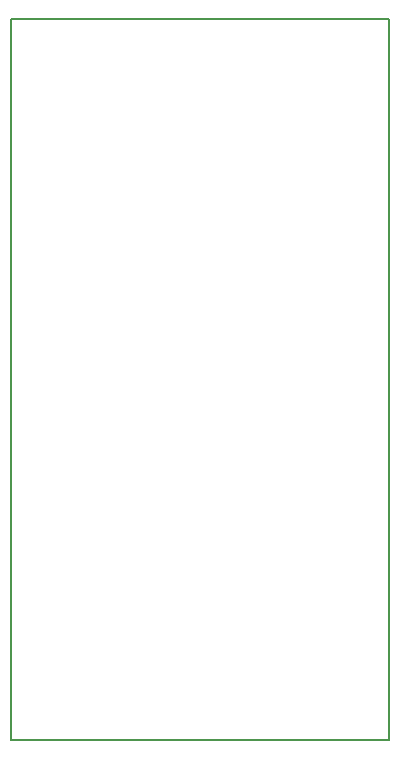
<source format=gko>
G04 MADE WITH FRITZING*
G04 WWW.FRITZING.ORG*
G04 DOUBLE SIDED*
G04 HOLES PLATED*
G04 CONTOUR ON CENTER OF CONTOUR VECTOR*
%ASAXBY*%
%FSLAX23Y23*%
%MOIN*%
%OFA0B0*%
%SFA1.0B1.0*%
%ADD10R,1.267940X2.408830*%
%ADD11C,0.008000*%
%ADD10C,0.008*%
%LNCONTOUR*%
G90*
G70*
G54D10*
G54D11*
X4Y2405D02*
X1264Y2405D01*
X1264Y4D01*
X4Y4D01*
X4Y2405D01*
D02*
G04 End of contour*
M02*
</source>
